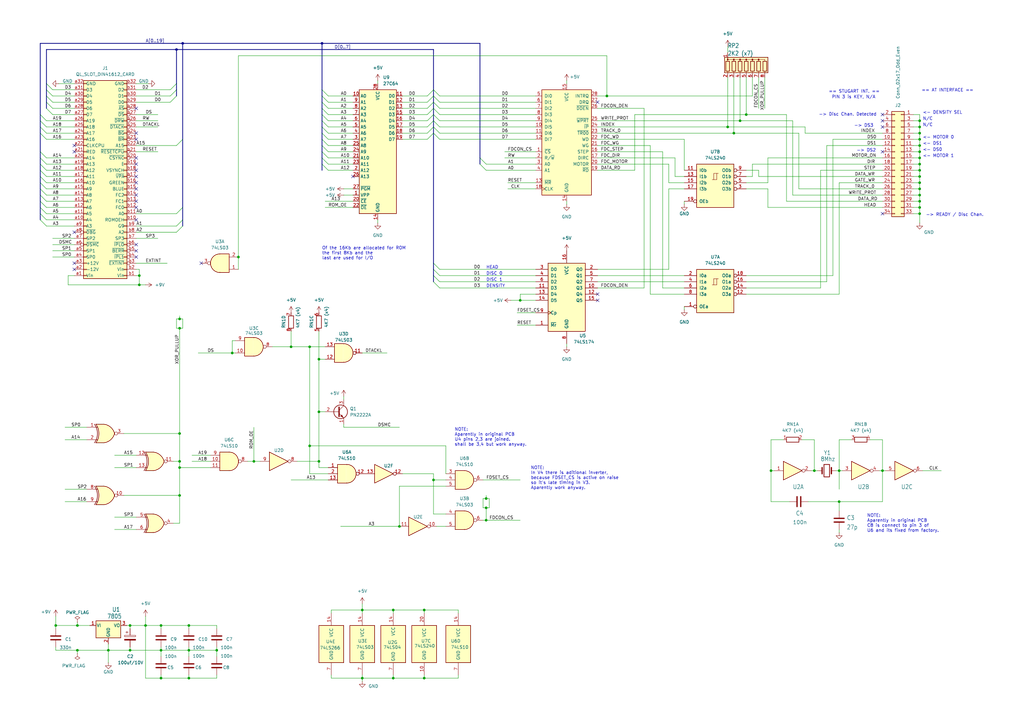
<source format=kicad_sch>
(kicad_sch (version 20250114) (generator "eeschema") (generator_version "9.0")
  (paper "A3")
  (title_block (title "CST Q-Disc Interface Version 3") (date "2025-03-26") (rev "00") (company "Repro by Alvaro Alea Fdz.") (comment 1 "To use with ROM Version 1.16") (comment 2 "Disc Interface for Sinclair QL"))
  (text "== STUGART INT. ==" (at 339.852 38.354 0) (effects (font (size 1.27 1.27)) (justify left bottom)))
  (text "NOTE:\nIn V4 there is aditional inverter,\nbecause FDSET_CS is active on raise\nso it's late timing in V3.\nAparently work anyway." (at 217.678 200.914 0) (effects (font (size 1.27 1.27)) (justify left bottom)))
  (text "PIN 3 is KEY, N/A" (at 341.122 40.64 0) (effects (font (size 1.27 1.27)) (justify left bottom)))
  (text "<- MOTOR 0 " (at 378.46 57.15 0) (effects (font (size 1.27 1.27)) (justify left bottom)))
  (text "HEAD" (at 199.39 110.49 0) (effects (font (size 1.27 1.27)) (justify left bottom)))
  (text "-> DS3" (at 350.266 52.324 0) (effects (font (size 1.27 1.27)) (justify left bottom)))
  (text "NOTE:\nAparently in original PCB \nU4 pins 2,3 are joined.\nshall be 3,4 but work anyway." (at 186.436 183.134 0) (effects (font (size 1.27 1.27)) (justify left bottom)))
  (text "<- DS0\n" (at 378.46 62.23 0) (effects (font (size 1.27 1.27)) (justify left bottom)))
  (text "<- DS1\n" (at 378.46 59.69 0) (effects (font (size 1.27 1.27)) (justify left bottom)))
  (text "-> READY / Disc Chan." (at 379.73 88.9 0) (effects (font (size 1.27 1.27)) (justify left bottom)))
  (text "DENSITY" (at 199.39 118.11 0) (effects (font (size 1.27 1.27)) (justify left bottom)))
  (text "-> Disc Chan. Detected" (at 335.788 47.752 0) (effects (font (size 1.27 1.27)) (justify left bottom)))
  (text "<- MOTOR 1" (at 378.46 64.77 0) (effects (font (size 1.27 1.27)) (justify left bottom)))
  (text "NOTE:\nAparently in original PCB \nC8 is connect to pin 3 of\nU6 and its fixed from factory." (at 355.6 218.44 0) (effects (font (size 1.27 1.27)) (justify left bottom)))
  (text "Of the 16Kb are allocated for ROM \nthe first 8Kb and the\nlast are used for I/O" (at 132.08 106.68 0) (effects (font (size 1.27 1.27)) (justify left bottom)))
  (text "N/C" (at 378.46 52.07 0) (effects (font (size 1.27 1.27)) (justify left bottom)))
  (text "-> DS2" (at 351.282 62.484 0) (effects (font (size 1.27 1.27)) (justify left bottom)))
  (text "N/C" (at 378.46 49.53 0) (effects (font (size 1.27 1.27)) (justify left bottom)))
  (text "DISC 1" (at 199.39 115.57 0) (effects (font (size 1.27 1.27)) (justify left bottom)))
  (text "== AT INTERFACE ==" (at 377.952 37.846 0) (effects (font (size 1.27 1.27)) (justify left bottom)))
  (text "<- DENSITY SEL\n" (at 378.46 46.99 0) (effects (font (size 1.27 1.27)) (justify left bottom)))
  (text "DISC 0" (at 199.39 113.03 0) (effects (font (size 1.27 1.27)) (justify left bottom)))
  (junction (at 148.59 250.19))
  (junction (at 316.23 193.04))
  (junction (at 377.19 69.85))
  (junction (at 213.36 123.19))
  (junction (at 377.19 64.77))
  (junction (at 57.15 113.03))
  (junction (at 127 182.88))
  (junction (at 73.66 203.2))
  (junction (at 377.19 62.23))
  (junction (at 163.83 215.9))
  (junction (at 161.29 250.19))
  (junction (at 199.39 213.36))
  (junction (at 377.19 87.63))
  (junction (at 377.19 85.09))
  (junction (at 173.99 278.13))
  (junction (at 73.66 191.77))
  (junction (at 377.19 67.31))
  (junction (at 377.19 82.55))
  (junction (at 119.38 142.24))
  (junction (at 130.81 168.91))
  (junction (at 361.95 193.04))
  (junction (at 66.04 256.54))
  (junction (at 73.66 189.23))
  (junction (at 88.9 266.7))
  (junction (at 130.81 147.32))
  (junction (at 104.14 189.23))
  (junction (at 44.45 266.7))
  (junction (at 298.45 52.07))
  (junction (at 31.75 266.7))
  (junction (at 377.19 52.07))
  (junction (at 344.17 205.74))
  (junction (at 377.19 59.69))
  (junction (at 73.66 130.81))
  (junction (at 66.04 266.7))
  (junction (at 377.19 77.47))
  (junction (at 377.19 72.39))
  (junction (at 248.92 39.37))
  (junction (at 377.19 49.53))
  (junction (at 130.81 189.23))
  (junction (at 300.99 54.61))
  (junction (at 377.19 80.01))
  (junction (at 199.39 208.28))
  (junction (at 95.25 144.78))
  (junction (at 73.66 177.8))
  (junction (at 66.04 278.13))
  (junction (at 127 142.24))
  (junction (at 53.34 256.54))
  (junction (at 377.19 74.93))
  (junction (at 22.86 256.54))
  (junction (at 173.99 250.19))
  (junction (at 77.47 266.7))
  (junction (at 74.93 17.78))
  (junction (at 306.07 46.99))
  (junction (at 97.79 105.41))
  (junction (at 132.08 17.78))
  (junction (at 77.47 256.54))
  (junction (at 177.8 196.85))
  (junction (at 344.17 193.04))
  (junction (at 57.15 116.84))
  (junction (at 31.75 256.54))
  (junction (at 334.01 193.04))
  (junction (at 303.53 49.53))
  (junction (at 148.59 278.13))
  (junction (at 199.39 204.47))
  (junction (at 53.34 266.7))
  (junction (at 377.19 54.61))
  (junction (at 161.29 278.13))
  (junction (at 77.47 278.13))
  (junction (at 72.39 20.32))
  (junction (at 59.69 256.54))
  (junction (at 377.19 57.15))
  (junction (at 73.66 134.62))
  (no_connect (at 361.95 52.07))
  (no_connect (at 245.11 120.65))
  (no_connect (at 30.48 59.69))
  (no_connect (at 30.48 95.25))
  (no_connect (at 55.88 44.45))
  (no_connect (at 55.88 54.61))
  (no_connect (at 55.88 57.15))
  (no_connect (at 55.88 80.01))
  (no_connect (at 55.88 82.55))
  (no_connect (at 55.88 85.09))
  (no_connect (at 55.88 90.17))
  (no_connect (at 55.88 100.33))
  (no_connect (at 55.88 102.87))
  (no_connect (at 55.88 105.41))
  (no_connect (at 361.95 62.23))
  (no_connect (at 82.55 107.95))
  (no_connect (at 30.48 107.95))
  (no_connect (at 30.48 110.49))
  (no_connect (at 55.88 67.31))
  (no_connect (at 245.11 41.91))
  (no_connect (at 361.95 46.99))
  (no_connect (at 55.88 72.39))
  (no_connect (at 361.95 49.53))
  (no_connect (at 245.11 123.19))
  (no_connect (at 144.78 72.39))
  (no_connect (at 361.95 87.63))
  (no_connect (at 30.48 62.23))
  (no_connect (at 55.88 64.77))
  (no_connect (at 55.88 69.85))
  (no_connect (at 55.88 74.93))
  (no_connect (at 55.88 77.47))
  (bus_entry (at 177.8 44.45) (size -2.54 2.54))
  (bus_entry (at 74.93 92.71) (size -2.54 2.54))
  (bus_entry (at 196.85 67.31) (size 2.54 2.54))
  (bus_entry (at 16.51 77.47) (size 2.54 2.54))
  (bus_entry (at 132.08 49.53) (size 2.54 2.54))
  (bus_entry (at 16.51 72.39) (size 2.54 2.54))
  (bus_entry (at 177.8 49.53) (size 2.54 2.54))
  (bus_entry (at 74.93 90.17) (size -2.54 2.54))
  (bus_entry (at 132.08 57.15) (size 2.54 2.54))
  (bus_entry (at 19.05 39.37) (size 2.54 2.54))
  (bus_entry (at 16.51 87.63) (size 2.54 2.54))
  (bus_entry (at 177.8 36.83) (size -2.54 2.54))
  (bus_entry (at 132.08 39.37) (size 2.54 2.54))
  (bus_entry (at 19.05 41.91) (size 2.54 2.54))
  (bus_entry (at 16.51 85.09) (size 2.54 2.54))
  (bus_entry (at 177.8 44.45) (size 2.54 2.54))
  (bus_entry (at 16.51 90.17) (size 2.54 2.54))
  (bus_entry (at 132.08 67.31) (size 2.54 2.54))
  (bus_entry (at 132.08 44.45) (size 2.54 2.54))
  (bus_entry (at 177.8 39.37) (size 2.54 2.54))
  (bus_entry (at 132.08 46.99) (size 2.54 2.54))
  (bus_entry (at 19.05 36.83) (size 2.54 2.54))
  (bus_entry (at 132.08 36.83) (size 2.54 2.54))
  (bus_entry (at 16.51 64.77) (size 2.54 2.54))
  (bus_entry (at 19.05 44.45) (size 2.54 2.54))
  (bus_entry (at 19.05 34.29) (size 2.54 2.54))
  (bus_entry (at 72.39 34.29) (size -2.54 2.54))
  (bus_entry (at 16.51 46.99) (size 2.54 2.54))
  (bus_entry (at 177.8 110.49) (size 2.54 2.54))
  (bus_entry (at 177.8 49.53) (size -2.54 2.54))
  (bus_entry (at 132.08 52.07) (size 2.54 2.54))
  (bus_entry (at 177.8 39.37) (size -2.54 2.54))
  (bus_entry (at 196.85 64.77) (size 2.54 2.54))
  (bus_entry (at 16.51 82.55) (size 2.54 2.54))
  (bus_entry (at 16.51 62.23) (size 2.54 2.54))
  (bus_entry (at 16.51 74.93) (size 2.54 2.54))
  (bus_entry (at 177.8 36.83) (size 2.54 2.54))
  (bus_entry (at 74.93 85.09) (size -2.54 2.54))
  (bus_entry (at 177.8 46.99) (size -2.54 2.54))
  (bus_entry (at 177.8 54.61) (size 2.54 2.54))
  (bus_entry (at 177.8 54.61) (size -2.54 2.54))
  (bus_entry (at 177.8 113.03) (size 2.54 2.54))
  (bus_entry (at 74.93 57.15) (size -2.54 2.54))
  (bus_entry (at 177.8 115.57) (size 2.54 2.54))
  (bus_entry (at 16.51 69.85) (size 2.54 2.54))
  (bus_entry (at 16.51 67.31) (size 2.54 2.54))
  (bus_entry (at 177.8 41.91) (size -2.54 2.54))
  (bus_entry (at 177.8 52.07) (size 2.54 2.54))
  (bus_entry (at 132.08 62.23) (size 2.54 2.54))
  (bus_entry (at 177.8 46.99) (size 2.54 2.54))
  (bus_entry (at 132.08 54.61) (size 2.54 2.54))
  (bus_entry (at 16.51 52.07) (size 2.54 2.54))
  (bus_entry (at 72.39 39.37) (size -2.54 2.54))
  (bus_entry (at 16.51 80.01) (size 2.54 2.54))
  (bus_entry (at 16.51 54.61) (size 2.54 2.54))
  (bus_entry (at 177.8 41.91) (size 2.54 2.54))
  (bus_entry (at 177.8 52.07) (size -2.54 2.54))
  (bus_entry (at 132.08 64.77) (size 2.54 2.54))
  (bus_entry (at 72.39 36.83) (size -2.54 2.54))
  (bus_entry (at 177.8 107.95) (size 2.54 2.54))
  (bus_entry (at 16.51 49.53) (size 2.54 2.54))
  (bus_entry (at 132.08 59.69) (size 2.54 2.54))
  (bus_entry (at 132.08 41.91) (size 2.54 2.54))
  (wire (pts (xy 173.99 250.19) (xy 173.99 251.46)))
  (wire (pts (xy 360.68 193.04) (xy 361.95 193.04)))
  (wire (pts (xy 245.11 52.07) (xy 298.45 52.07)))
  (bus (pts (xy 19.05 20.32) (xy 19.05 34.29)))
  (wire (pts (xy 276.86 72.39) (xy 276.86 64.77)))
  (wire (pts (xy 342.9 193.04) (xy 344.17 193.04)))
  (wire (pts (xy 121.92 189.23) (xy 130.81 189.23)))
  (wire (pts (xy 332.74 193.04) (xy 334.01 193.04)))
  (wire (pts (xy 97.79 22.86) (xy 97.79 105.41)))
  (bus (pts (xy 72.39 20.32) (xy 177.8 20.32)))
  (wire (pts (xy 77.47 256.54) (xy 88.9 256.54)))
  (bus (pts (xy 132.08 62.23) (xy 132.08 64.77)))
  (wire (pts (xy 127 194.31) (xy 134.62 194.31)))
  (wire (pts (xy 180.34 39.37) (xy 219.71 39.37)))
  (wire (pts (xy 26.67 175.26) (xy 35.56 175.26)))
  (wire (pts (xy 374.65 52.07) (xy 377.19 52.07)))
  (bus (pts (xy 16.51 77.47) (xy 16.51 80.01)))
  (wire (pts (xy 311.15 31.75) (xy 311.15 44.45)))
  (wire (pts (xy 303.53 31.75) (xy 303.53 49.53)))
  (bus (pts (xy 72.39 34.29) (xy 72.39 36.83)))
  (wire (pts (xy 88.9 256.54) (xy 88.9 257.81)))
  (wire (pts (xy 165.1 194.31) (xy 177.8 194.31)))
  (wire (pts (xy 140.97 80.01) (xy 144.78 80.01)))
  (wire (pts (xy 55.88 95.25) (xy 72.39 95.25)))
  (wire (pts (xy 77.47 256.54) (xy 77.47 257.81)))
  (wire (pts (xy 31.75 266.7) (xy 44.45 266.7)))
  (wire (pts (xy 165.1 39.37) (xy 175.26 39.37)))
  (wire (pts (xy 59.69 256.54) (xy 66.04 256.54)))
  (wire (pts (xy 19.05 80.01) (xy 30.48 80.01)))
  (wire (pts (xy 130.81 191.77) (xy 134.62 191.77)))
  (wire (pts (xy 377.19 80.01) (xy 377.19 82.55)))
  (bus (pts (xy 16.51 69.85) (xy 16.51 72.39)))
  (wire (pts (xy 374.65 85.09) (xy 377.19 85.09)))
  (wire (pts (xy 248.92 39.37) (xy 248.92 22.86)))
  (wire (pts (xy 55.88 39.37) (xy 69.85 39.37)))
  (wire (pts (xy 245.11 113.03) (xy 280.67 113.03)))
  (wire (pts (xy 316.23 193.04) (xy 316.23 205.74)))
  (wire (pts (xy 314.96 64.77) (xy 361.95 64.77)))
  (wire (pts (xy 361.95 193.04) (xy 361.95 180.34)))
  (wire (pts (xy 199.39 208.28) (xy 200.66 208.28)))
  (wire (pts (xy 134.62 49.53) (xy 144.78 49.53)))
  (wire (pts (xy 245.11 67.31) (xy 274.32 67.31)))
  (wire (pts (xy 245.11 115.57) (xy 280.67 115.57)))
  (wire (pts (xy 173.99 278.13) (xy 187.96 278.13)))
  (wire (pts (xy 53.34 256.54) (xy 59.69 256.54)))
  (wire (pts (xy 361.95 72.39) (xy 311.15 72.39)))
  (wire (pts (xy 266.7 59.69) (xy 245.11 59.69)))
  (bus (pts (xy 132.08 44.45) (xy 132.08 46.99)))
  (wire (pts (xy 59.69 256.54) (xy 59.69 252.73)))
  (wire (pts (xy 77.47 278.13) (xy 88.9 278.13)))
  (bus (pts (xy 16.51 46.99) (xy 16.51 49.53)))
  (wire (pts (xy 361.95 82.55) (xy 322.58 82.55)))
  (wire (pts (xy 298.45 52.07) (xy 330.2 52.07)))
  (wire (pts (xy 53.34 266.7) (xy 66.04 266.7)))
  (wire (pts (xy 334.01 180.34) (xy 334.01 193.04)))
  (bus (pts (xy 196.85 17.78) (xy 196.85 64.77)))
  (wire (pts (xy 134.62 59.69) (xy 144.78 59.69)))
  (wire (pts (xy 232.41 82.55) (xy 232.41 83.82)))
  (wire (pts (xy 148.59 250.19) (xy 148.59 251.46)))
  (wire (pts (xy 325.12 80.01) (xy 325.12 49.53)))
  (wire (pts (xy 19.05 77.47) (xy 30.48 77.47)))
  (bus (pts (xy 132.08 17.78) (xy 132.08 36.83)))
  (wire (pts (xy 134.62 44.45) (xy 144.78 44.45)))
  (wire (pts (xy 165.1 52.07) (xy 175.26 52.07)))
  (wire (pts (xy 73.66 134.62) (xy 74.93 134.62)))
  (wire (pts (xy 88.9 269.24) (xy 88.9 266.7)))
  (wire (pts (xy 46.99 217.17) (xy 55.88 217.17)))
  (wire (pts (xy 344.17 193.04) (xy 345.44 193.04)))
  (wire (pts (xy 21.59 46.99) (xy 30.48 46.99)))
  (wire (pts (xy 134.62 62.23) (xy 144.78 62.23)))
  (wire (pts (xy 31.75 266.7) (xy 31.75 267.97)))
  (bus (pts (xy 16.51 62.23) (xy 16.51 64.77)))
  (wire (pts (xy 55.88 92.71) (xy 72.39 92.71)))
  (wire (pts (xy 280.67 72.39) (xy 276.86 72.39)))
  (wire (pts (xy 180.34 54.61) (xy 219.71 54.61)))
  (wire (pts (xy 55.88 46.99) (xy 64.77 46.99)))
  (wire (pts (xy 22.86 256.54) (xy 22.86 257.81)))
  (wire (pts (xy 182.88 194.31) (xy 182.88 182.88)))
  (wire (pts (xy 300.99 31.75) (xy 300.99 54.61)))
  (bus (pts (xy 132.08 57.15) (xy 132.08 59.69)))
  (wire (pts (xy 344.17 180.34) (xy 344.17 193.04)))
  (wire (pts (xy 130.81 147.32) (xy 130.81 168.91)))
  (wire (pts (xy 377.19 72.39) (xy 377.19 69.85)))
  (wire (pts (xy 101.6 189.23) (xy 104.14 189.23)))
  (wire (pts (xy 26.67 200.66) (xy 35.56 200.66)))
  (wire (pts (xy 341.63 57.15) (xy 361.95 57.15)))
  (wire (pts (xy 130.81 135.89) (xy 130.81 147.32)))
  (wire (pts (xy 199.39 208.28) (xy 199.39 213.36)))
  (wire (pts (xy 148.59 247.65) (xy 148.59 250.19)))
  (wire (pts (xy 180.34 113.03) (xy 219.71 113.03)))
  (wire (pts (xy 165.1 41.91) (xy 175.26 41.91)))
  (wire (pts (xy 55.88 41.91) (xy 69.85 41.91)))
  (wire (pts (xy 73.66 191.77) (xy 73.66 203.2)))
  (wire (pts (xy 374.65 67.31) (xy 377.19 67.31)))
  (wire (pts (xy 21.59 36.83) (xy 30.48 36.83)))
  (wire (pts (xy 55.88 87.63) (xy 72.39 87.63)))
  (bus (pts (xy 177.8 41.91) (xy 177.8 44.45)))
  (wire (pts (xy 180.34 44.45) (xy 219.71 44.45)))
  (bus (pts (xy 177.8 113.03) (xy 177.8 115.57)))
  (wire (pts (xy 377.19 82.55) (xy 377.19 85.09)))
  (wire (pts (xy 21.59 102.87) (xy 30.48 102.87)))
  (wire (pts (xy 374.65 77.47) (xy 377.19 77.47)))
  (wire (pts (xy 19.05 49.53) (xy 30.48 49.53)))
  (wire (pts (xy 55.88 97.79) (xy 64.77 97.79)))
  (wire (pts (xy 260.35 46.99) (xy 260.35 69.85)))
  (wire (pts (xy 219.71 123.19) (xy 213.36 123.19)))
  (wire (pts (xy 130.81 147.32) (xy 133.35 147.32)))
  (wire (pts (xy 26.67 180.34) (xy 35.56 180.34)))
  (wire (pts (xy 308.61 72.39) (xy 306.07 72.39)))
  (wire (pts (xy 148.59 276.86) (xy 148.59 278.13)))
  (wire (pts (xy 361.95 74.93) (xy 344.17 74.93)))
  (wire (pts (xy 19.05 87.63) (xy 30.48 87.63)))
  (wire (pts (xy 306.07 115.57) (xy 339.09 115.57)))
  (wire (pts (xy 173.99 278.13) (xy 173.99 276.86)))
  (wire (pts (xy 73.66 130.81) (xy 74.93 130.81)))
  (wire (pts (xy 313.69 31.75) (xy 313.69 44.45)))
  (wire (pts (xy 134.62 67.31) (xy 144.78 67.31)))
  (wire (pts (xy 96.52 139.7) (xy 95.25 139.7)))
  (wire (pts (xy 336.55 69.85) (xy 336.55 118.11)))
  (wire (pts (xy 245.11 54.61) (xy 300.99 54.61)))
  (wire (pts (xy 53.34 265.43) (xy 53.34 266.7)))
  (wire (pts (xy 173.99 250.19) (xy 187.96 250.19)))
  (wire (pts (xy 377.19 49.53) (xy 377.19 52.07)))
  (wire (pts (xy 77.47 266.7) (xy 88.9 266.7)))
  (wire (pts (xy 55.88 34.29) (xy 60.96 34.29)))
  (wire (pts (xy 213.36 123.19) (xy 213.36 120.65)))
  (wire (pts (xy 130.81 189.23) (xy 130.81 191.77)))
  (wire (pts (xy 140.97 77.47) (xy 144.78 77.47)))
  (wire (pts (xy 180.34 52.07) (xy 219.71 52.07)))
  (wire (pts (xy 36.83 256.54) (xy 31.75 256.54)))
  (bus (pts (xy 74.93 90.17) (xy 74.93 92.71)))
  (wire (pts (xy 161.29 250.19) (xy 173.99 250.19)))
  (bus (pts (xy 19.05 41.91) (xy 19.05 44.45)))
  (wire (pts (xy 57.15 116.84) (xy 59.69 116.84)))
  (wire (pts (xy 316.23 193.04) (xy 316.23 180.34)))
  (wire (pts (xy 361.95 180.34) (xy 356.87 180.34)))
  (wire (pts (xy 66.04 269.24) (xy 66.04 266.7)))
  (wire (pts (xy 31.75 255.27) (xy 31.75 256.54)))
  (wire (pts (xy 148.59 144.78) (xy 158.75 144.78)))
  (wire (pts (xy 19.05 64.77) (xy 30.48 64.77)))
  (wire (pts (xy 134.62 41.91) (xy 144.78 41.91)))
  (wire (pts (xy 165.1 49.53) (xy 175.26 49.53)))
  (wire (pts (xy 199.39 213.36) (xy 213.36 213.36)))
  (wire (pts (xy 280.67 127) (xy 280.67 125.73)))
  (wire (pts (xy 339.09 59.69) (xy 339.09 115.57)))
  (wire (pts (xy 260.35 46.99) (xy 306.07 46.99)))
  (wire (pts (xy 180.34 49.53) (xy 219.71 49.53)))
  (bus (pts (xy 177.8 39.37) (xy 177.8 41.91)))
  (bus (pts (xy 196.85 64.77) (xy 196.85 67.31)))
  (wire (pts (xy 165.1 44.45) (xy 175.26 44.45)))
  (wire (pts (xy 303.53 49.53) (xy 325.12 49.53)))
  (wire (pts (xy 55.88 113.03) (xy 57.15 113.03)))
  (bus (pts (xy 177.8 110.49) (xy 177.8 113.03)))
  (wire (pts (xy 274.32 77.47) (xy 274.32 110.49)))
  (wire (pts (xy 374.65 54.61) (xy 377.19 54.61)))
  (bus (pts (xy 132.08 67.31) (xy 132.08 69.85)))
  (wire (pts (xy 140.97 173.99) (xy 140.97 175.26)))
  (wire (pts (xy 140.97 175.26) (xy 163.83 175.26)))
  (wire (pts (xy 377.19 87.63) (xy 377.19 85.09)))
  (wire (pts (xy 161.29 278.13) (xy 173.99 278.13)))
  (bus (pts (xy 196.85 17.78) (xy 132.08 17.78)))
  (wire (pts (xy 127 182.88) (xy 182.88 182.88)))
  (bus (pts (xy 74.93 85.09) (xy 74.93 90.17)))
  (wire (pts (xy 73.66 134.62) (xy 73.66 177.8)))
  (wire (pts (xy 127 142.24) (xy 127 182.88)))
  (wire (pts (xy 134.62 64.77) (xy 144.78 64.77)))
  (wire (pts (xy 22.86 265.43) (xy 22.86 266.7)))
  (wire (pts (xy 264.16 44.45) (xy 264.16 118.11)))
  (wire (pts (xy 306.07 46.99) (xy 322.58 46.99)))
  (bus (pts (xy 132.08 41.91) (xy 132.08 44.45)))
  (wire (pts (xy 199.39 67.31) (xy 219.71 67.31)))
  (wire (pts (xy 21.59 41.91) (xy 30.48 41.91)))
  (wire (pts (xy 55.88 62.23) (xy 64.77 62.23)))
  (wire (pts (xy 78.74 189.23) (xy 86.36 189.23)))
  (wire (pts (xy 134.62 46.99) (xy 144.78 46.99)))
  (bus (pts (xy 16.51 49.53) (xy 16.51 52.07)))
  (wire (pts (xy 154.94 90.17) (xy 154.94 91.44)))
  (wire (pts (xy 81.28 144.78) (xy 95.25 144.78)))
  (wire (pts (xy 119.38 196.85) (xy 134.62 196.85)))
  (wire (pts (xy 177.8 196.85) (xy 177.8 210.82)))
  (wire (pts (xy 44.45 266.7) (xy 44.45 271.78)))
  (wire (pts (xy 198.12 204.47) (xy 199.39 204.47)))
  (wire (pts (xy 330.2 54.61) (xy 361.95 54.61)))
  (wire (pts (xy 19.05 72.39) (xy 30.48 72.39)))
  (wire (pts (xy 19.05 92.71) (xy 30.48 92.71)))
  (wire (pts (xy 280.67 120.65) (xy 266.7 120.65)))
  (wire (pts (xy 148.59 278.13) (xy 148.59 279.4)))
  (wire (pts (xy 119.38 142.24) (xy 127 142.24)))
  (wire (pts (xy 248.92 39.37) (xy 308.61 39.37)))
  (wire (pts (xy 209.55 123.19) (xy 213.36 123.19)))
  (wire (pts (xy 314.96 64.77) (xy 314.96 74.93)))
  (wire (pts (xy 161.29 250.19) (xy 161.29 251.46)))
  (bus (pts (xy 177.8 46.99) (xy 177.8 49.53)))
  (bus (pts (xy 132.08 59.69) (xy 132.08 62.23)))
  (wire (pts (xy 139.7 215.9) (xy 163.83 215.9)))
  (wire (pts (xy 134.62 52.07) (xy 144.78 52.07)))
  (wire (pts (xy 59.69 256.54) (xy 59.69 278.13)))
  (wire (pts (xy 66.04 266.7) (xy 77.47 266.7)))
  (wire (pts (xy 361.95 85.09) (xy 314.96 85.09)))
  (wire (pts (xy 66.04 278.13) (xy 77.47 278.13)))
  (bus (pts (xy 72.39 20.32) (xy 19.05 20.32)))
  (wire (pts (xy 212.09 133.35) (xy 219.71 133.35)))
  (wire (pts (xy 341.63 57.15) (xy 341.63 113.03)))
  (wire (pts (xy 280.67 57.15) (xy 280.67 69.85)))
  (wire (pts (xy 208.28 77.47) (xy 219.71 77.47)))
  (wire (pts (xy 52.07 256.54) (xy 53.34 256.54)))
  (wire (pts (xy 73.66 177.8) (xy 73.66 189.23)))
  (bus (pts (xy 132.08 46.99) (xy 132.08 49.53)))
  (wire (pts (xy 308.61 67.31) (xy 308.61 72.39)))
  (bus (pts (xy 177.8 36.83) (xy 177.8 39.37)))
  (wire (pts (xy 19.05 69.85) (xy 30.48 69.85)))
  (wire (pts (xy 55.88 59.69) (xy 72.39 59.69)))
  (wire (pts (xy 377.19 74.93) (xy 377.19 72.39)))
  (wire (pts (xy 177.8 210.82) (xy 182.88 210.82)))
  (wire (pts (xy 77.47 278.13) (xy 77.47 276.86)))
  (wire (pts (xy 207.01 64.77) (xy 219.71 64.77)))
  (wire (pts (xy 245.11 44.45) (xy 264.16 44.45)))
  (wire (pts (xy 53.34 256.54) (xy 53.34 257.81)))
  (wire (pts (xy 144.78 82.55) (xy 133.35 82.55)))
  (wire (pts (xy 19.05 54.61) (xy 30.48 54.61)))
  (bus (pts (xy 16.51 80.01) (xy 16.51 82.55)))
  (wire (pts (xy 97.79 22.86) (xy 248.92 22.86)))
  (wire (pts (xy 27.94 113.03) (xy 27.94 116.84)))
  (wire (pts (xy 27.94 116.84) (xy 57.15 116.84)))
  (wire (pts (xy 30.48 113.03) (xy 27.94 113.03)))
  (wire (pts (xy 57.15 110.49) (xy 55.88 110.49)))
  (wire (pts (xy 57.15 113.03) (xy 57.15 110.49)))
  (wire (pts (xy 57.15 116.84) (xy 57.15 113.03)))
  (wire (pts (xy 245.11 57.15) (xy 280.67 57.15)))
  (wire (pts (xy 298.45 31.75) (xy 298.45 52.07)))
  (wire (pts (xy 104.14 189.23) (xy 106.68 189.23)))
  (wire (pts (xy 374.65 87.63) (xy 377.19 87.63)))
  (wire (pts (xy 374.65 72.39) (xy 377.19 72.39)))
  (wire (pts (xy 198.12 204.47) (xy 198.12 208.28)))
  (wire (pts (xy 207.01 62.23) (xy 219.71 62.23)))
  (wire (pts (xy 130.81 168.91) (xy 133.35 168.91)))
  (wire (pts (xy 148.59 250.19) (xy 135.89 250.19)))
  (wire (pts (xy 77.47 265.43) (xy 77.47 266.7)))
  (wire (pts (xy 377.19 52.07) (xy 377.19 54.61)))
  (wire (pts (xy 344.17 180.34) (xy 349.25 180.34)))
  (wire (pts (xy 245.11 62.23) (xy 271.78 62.23)))
  (wire (pts (xy 134.62 54.61) (xy 144.78 54.61)))
  (wire (pts (xy 19.05 67.31) (xy 30.48 67.31)))
  (wire (pts (xy 219.71 120.65) (xy 213.36 120.65)))
  (wire (pts (xy 140.97 162.56) (xy 140.97 163.83)))
  (wire (pts (xy 361.95 193.04) (xy 363.22 193.04)))
  (wire (pts (xy 134.62 39.37) (xy 144.78 39.37)))
  (wire (pts (xy 378.46 193.04) (xy 386.08 193.04)))
  (wire (pts (xy 311.15 72.39) (xy 311.15 69.85)))
  (wire (pts (xy 245.11 49.53) (xy 303.53 49.53)))
  (wire (pts (xy 306.07 31.75) (xy 306.07 46.99)))
  (wire (pts (xy 377.19 46.99) (xy 377.19 49.53)))
  (wire (pts (xy 377.19 54.61) (xy 377.19 57.15)))
  (bus (pts (xy 16.51 54.61) (xy 16.51 62.23)))
  (wire (pts (xy 245.11 39.37) (xy 248.92 39.37)))
  (wire (pts (xy 374.65 64.77) (xy 377.19 64.77)))
  (wire (pts (xy 135.89 250.19) (xy 135.89 251.46)))
  (wire (pts (xy 199.39 204.47) (xy 200.66 204.47)))
  (wire (pts (xy 77.47 269.24) (xy 77.47 266.7)))
  (bus (pts (xy 72.39 36.83) (xy 72.39 39.37)))
  (wire (pts (xy 314.96 85.09) (xy 314.96 77.47)))
  (bus (pts (xy 16.51 64.77) (xy 16.51 67.31)))
  (wire (pts (xy 177.8 196.85) (xy 182.88 196.85)))
  (wire (pts (xy 330.2 52.07) (xy 330.2 54.61)))
  (wire (pts (xy 97.79 105.41) (xy 97.79 110.49)))
  (wire (pts (xy 344.17 217.17) (xy 344.17 218.44)))
  (wire (pts (xy 73.66 129.54) (xy 73.66 130.81)))
  (bus (pts (xy 177.8 107.95) (xy 177.8 110.49)))
  (wire (pts (xy 336.55 118.11) (xy 306.07 118.11)))
  (wire (pts (xy 271.78 62.23) (xy 271.78 118.11)))
  (wire (pts (xy 73.66 214.63) (xy 71.12 214.63)))
  (wire (pts (xy 21.59 105.41) (xy 30.48 105.41)))
  (bus (pts (xy 177.8 54.61) (xy 177.8 107.95)))
  (wire (pts (xy 198.12 196.85) (xy 213.36 196.85)))
  (wire (pts (xy 374.65 74.93) (xy 377.19 74.93)))
  (bus (pts (xy 16.51 52.07) (xy 16.51 54.61)))
  (wire (pts (xy 55.88 49.53) (xy 64.77 49.53)))
  (wire (pts (xy 308.61 39.37) (xy 308.61 31.75)))
  (wire (pts (xy 134.62 69.85) (xy 144.78 69.85)))
  (wire (pts (xy 55.88 107.95) (xy 68.58 107.95)))
  (wire (pts (xy 300.99 54.61) (xy 327.66 54.61)))
  (wire (pts (xy 198.12 208.28) (xy 199.39 208.28)))
  (wire (pts (xy 199.39 69.85) (xy 219.71 69.85)))
  (wire (pts (xy 72.39 134.62) (xy 73.66 134.62)))
  (wire (pts (xy 361.95 77.47) (xy 327.66 77.47)))
  (bus (pts (xy 16.51 67.31) (xy 16.51 69.85)))
  (wire (pts (xy 66.04 256.54) (xy 77.47 256.54)))
  (wire (pts (xy 232.41 140.97) (xy 232.41 142.24)))
  (wire (pts (xy 72.39 130.81) (xy 72.39 134.62)))
  (wire (pts (xy 182.88 199.39) (xy 163.83 199.39)))
  (wire (pts (xy 95.25 139.7) (xy 95.25 144.78)))
  (wire (pts (xy 127 182.88) (xy 127 194.31)))
  (wire (pts (xy 344.17 205.74) (xy 331.47 205.74)))
  (wire (pts (xy 163.83 199.39) (xy 163.83 215.9)))
  (wire (pts (xy 127 142.24) (xy 133.35 142.24)))
  (wire (pts (xy 271.78 118.11) (xy 280.67 118.11)))
  (wire (pts (xy 19.05 82.55) (xy 30.48 82.55)))
  (wire (pts (xy 88.9 265.43) (xy 88.9 266.7)))
  (wire (pts (xy 21.59 100.33) (xy 30.48 100.33)))
  (wire (pts (xy 44.45 266.7) (xy 53.34 266.7)))
  (wire (pts (xy 73.66 203.2) (xy 73.66 214.63)))
  (bus (pts (xy 72.39 20.32) (xy 72.39 34.29)))
  (wire (pts (xy 22.86 252.73) (xy 22.86 256.54)))
  (wire (pts (xy 344.17 74.93) (xy 344.17 120.65)))
  (wire (pts (xy 377.19 77.47) (xy 377.19 80.01)))
  (wire (pts (xy 361.95 193.04) (xy 361.95 205.74)))
  (wire (pts (xy 187.96 250.19) (xy 187.96 251.46)))
  (wire (pts (xy 177.8 194.31) (xy 177.8 196.85)))
  (wire (pts (xy 88.9 278.13) (xy 88.9 276.86)))
  (wire (pts (xy 73.66 191.77) (xy 86.36 191.77)))
  (wire (pts (xy 344.17 193.04) (xy 344.17 200.66)))
  (wire (pts (xy 19.05 85.09) (xy 30.48 85.09)))
  (wire (pts (xy 374.65 59.69) (xy 377.19 59.69)))
  (wire (pts (xy 245.11 110.49) (xy 274.32 110.49)))
  (wire (pts (xy 66.04 256.54) (xy 66.04 257.81)))
  (wire (pts (xy 119.38 135.89) (xy 119.38 142.24)))
  (wire (pts (xy 245.11 64.77) (xy 276.86 64.77)))
  (wire (pts (xy 161.29 276.86) (xy 161.29 278.13)))
  (bus (pts (xy 19.05 34.29) (xy 19.05 36.83)))
  (wire (pts (xy 314.96 77.47) (xy 306.07 77.47)))
  (wire (pts (xy 377.19 67.31) (xy 377.19 64.77)))
  (bus (pts (xy 177.8 20.32) (xy 177.8 36.83)))
  (wire (pts (xy 50.8 177.8) (xy 73.66 177.8)))
  (bus (pts (xy 19.05 39.37) (xy 19.05 41.91)))
  (wire (pts (xy 374.65 62.23) (xy 377.19 62.23)))
  (wire (pts (xy 361.95 205.74) (xy 344.17 205.74)))
  (bus (pts (xy 74.93 17.78) (xy 132.08 17.78)))
  (wire (pts (xy 377.19 64.77) (xy 377.19 62.23)))
  (bus (pts (xy 177.8 52.07) (xy 177.8 54.61)))
  (wire (pts (xy 377.19 87.63) (xy 377.19 91.44)))
  (wire (pts (xy 374.65 80.01) (xy 377.19 80.01)))
  (wire (pts (xy 111.76 142.24) (xy 119.38 142.24)))
  (wire (pts (xy 280.67 82.55) (xy 280.67 83.82)))
  (bus (pts (xy 16.51 87.63) (xy 16.51 90.17)))
  (wire (pts (xy 180.34 110.49) (xy 219.71 110.49)))
  (wire (pts (xy 165.1 54.61) (xy 175.26 54.61)))
  (wire (pts (xy 361.95 69.85) (xy 336.55 69.85)))
  (bus (pts (xy 19.05 36.83) (xy 19.05 39.37)))
  (wire (pts (xy 180.34 57.15) (xy 219.71 57.15)))
  (wire (pts (xy 24.13 34.29) (xy 30.48 34.29)))
  (wire (pts (xy 316.23 193.04) (xy 317.5 193.04)))
  (wire (pts (xy 72.39 130.81) (xy 73.66 130.81)))
  (bus (pts (xy 132.08 54.61) (xy 132.08 57.15)))
  (bus (pts (xy 177.8 49.53) (xy 177.8 52.07)))
  (wire (pts (xy 161.29 250.19) (xy 148.59 250.19)))
  (wire (pts (xy 19.05 74.93) (xy 30.48 74.93)))
  (bus (pts (xy 132.08 36.83) (xy 132.08 39.37)))
  (wire (pts (xy 165.1 46.99) (xy 175.26 46.99)))
  (wire (pts (xy 46.99 186.69) (xy 55.88 186.69)))
  (wire (pts (xy 212.09 128.27) (xy 219.71 128.27)))
  (wire (pts (xy 21.59 39.37) (xy 30.48 39.37)))
  (wire (pts (xy 133.35 85.09) (xy 144.78 85.09)))
  (wire (pts (xy 361.95 80.01) (xy 325.12 80.01)))
  (bus (pts (xy 132.08 64.77) (xy 132.08 67.31)))
  (wire (pts (xy 148.59 278.13) (xy 135.89 278.13)))
  (bus (pts (xy 16.51 72.39) (xy 16.51 74.93)))
  (wire (pts (xy 374.65 57.15) (xy 377.19 57.15)))
  (wire (pts (xy 274.32 74.93) (xy 274.32 67.31)))
  (wire (pts (xy 306.07 74.93) (xy 314.96 74.93)))
  (wire (pts (xy 74.93 134.62) (xy 74.93 130.81)))
  (wire (pts (xy 134.62 57.15) (xy 144.78 57.15)))
  (wire (pts (xy 21.59 97.79) (xy 30.48 97.79)))
  (wire (pts (xy 198.12 213.36) (xy 199.39 213.36)))
  (wire (pts (xy 187.96 278.13) (xy 187.96 276.86)))
  (wire (pts (xy 154.94 33.02) (xy 154.94 34.29)))
  (bus (pts (xy 16.51 82.55) (xy 16.51 85.09)))
  (wire (pts (xy 334.01 193.04) (xy 335.28 193.04)))
  (wire (pts (xy 148.59 278.13) (xy 161.29 278.13)))
  (wire (pts (xy 180.34 115.57) (xy 219.71 115.57)))
  (wire (pts (xy 22.86 256.54) (xy 31.75 256.54)))
  (wire (pts (xy 377.19 77.47) (xy 377.19 74.93)))
  (bus (pts (xy 16.51 85.09) (xy 16.51 87.63)))
  (wire (pts (xy 327.66 77.47) (xy 327.66 54.61)))
  (wire (pts (xy 95.25 144.78) (xy 96.52 144.78)))
  (wire (pts (xy 316.23 205.74) (xy 323.85 205.74)))
  (wire (pts (xy 73.66 191.77) (xy 73.66 189.23)))
  (wire (pts (xy 306.07 113.03) (xy 341.63 113.03)))
  (wire (pts (xy 339.09 59.69) (xy 361.95 59.69)))
  (wire (pts (xy 374.65 49.53) (xy 377.19 49.53)))
  (wire (pts (xy 199.39 203.2) (xy 199.39 204.47)))
  (wire (pts (xy 66.04 278.13) (xy 66.04 276.86)))
  (wire (pts (xy 377.19 69.85) (xy 377.19 67.31)))
  (wire (pts (xy 19.05 52.07) (xy 30.48 52.07)))
  (bus (pts (xy 16.51 17.78) (xy 16.51 46.99)))
  (bus (pts (xy 16.51 17.78) (xy 74.93 17.78)))
  (bus (pts (xy 74.93 17.78) (xy 74.93 57.15)))
  (wire (pts (xy 22.86 266.7) (xy 31.75 266.7)))
  (wire (pts (xy 104.14 175.26) (xy 104.14 189.23)))
  (wire (pts (xy 59.69 278.13) (xy 66.04 278.13)))
  (wire (pts (xy 245.11 118.11) (xy 264.16 118.11)))
  (wire (pts (xy 377.19 59.69) (xy 377.19 62.23)))
  (wire (pts (xy 135.89 278.13) (xy 135.89 276.86)))
  (wire (pts (xy 316.23 180.34) (xy 321.31 180.34)))
  (wire (pts (xy 165.1 57.15) (xy 175.26 57.15)))
  (wire (pts (xy 44.45 264.16) (xy 44.45 266.7)))
  (wire (pts (xy 208.28 74.93) (xy 219.71 74.93)))
  (wire (pts (xy 180.34 118.11) (xy 219.71 118.11)))
  (wire (pts (xy 78.74 186.69) (xy 86.36 186.69)))
  (wire (pts (xy 298.45 21.59) (xy 298.45 19.05)))
  (bus (pts (xy 177.8 44.45) (xy 177.8 46.99)))
  (bus (pts (xy 16.51 74.93) (xy 16.51 77.47)))
  (wire (pts (xy 361.95 67.31) (xy 308.61 67.31)))
  (wire (pts (xy 374.65 82.55) (xy 377.19 82.55)))
  (wire (pts (xy 377.19 57.15) (xy 377.19 59.69)))
  (bus (pts (xy 132.08 49.53) (xy 132.08 52.07)))
  (wire (pts (xy 180.34 41.91) (xy 219.71 41.91)))
  (wire (pts (xy 26.67 205.74) (xy 35.56 205.74)))
  (wire (pts (xy 280.67 74.93) (xy 274.32 74.93)))
  (wire (pts (xy 274.32 77.47) (xy 280.67 77.47)))
  (bus (pts (xy 132.08 52.07) (xy 132.08 54.61)))
  (wire (pts (xy 344.17 120.65) (xy 306.07 120.65)))
  (wire (pts (xy 344.17 209.55) (xy 344.17 205.74)))
  (wire (pts (xy 311.15 69.85) (xy 306.07 69.85)))
  (bus (pts (xy 132.08 39.37) (xy 132.08 41.91)))
  (wire (pts (xy 245.11 69.85) (xy 260.35 69.85)))
  (wire (pts (xy 46.99 212.09) (xy 55.88 212.09)))
  (wire (pts (xy 66.04 265.43) (xy 66.04 266.7)))
  (wire (pts (xy 322.58 82.55) (xy 322.58 46.99)))
  (wire (pts (xy 19.05 90.17) (xy 30.48 90.17)))
  (wire (pts (xy 374.65 69.85) (xy 377.19 69.85)))
  (wire (pts (xy 328.93 180.34) (xy 334.01 180.34)))
  (wire (pts (xy 130.81 168.91) (xy 130.81 189.23)))
  (wire (pts (xy 19.05 57.15) (xy 30.48 57.15)))
  (wire (pts (xy 232.41 33.02) (xy 232.41 34.29)))
  (wire (pts (xy 55.88 36.83) (xy 69.85 36.83)))
  (bus (pts (xy 74.93 57.15) (xy 74.93 85.09)))
  (wire (pts (xy 55.88 52.07) (xy 64.77 52.07)))
  (wire (pts (xy 71.12 189.23) (xy 73.66 189.23)))
  (wire (pts (xy 46.99 191.77) (xy 55.88 191.77)))
  (wire (pts (xy 50.8 203.2) (xy 73.66 203.2)))
  (wire (pts (xy 266.7 59.69) (xy 266.7 120.65)))
  (wire (pts (xy 200.66 208.28) (xy 200.66 204.47)))
  (wire (pts (xy 21.59 44.45) (xy 30.48 44.45)))
  (wire (pts (xy 374.65 46.99) (xy 377.19 46.99)))
  (wire (pts (xy 180.34 46.99) (xy 219.71 46.99)))
  (wire (pts (xy 179.07 215.9) (xy 182.88 215.9)))
  (label "D4" (at 205.74 49.53 0))
  (label "DIR" (at 355.6 67.31 0))
  (label "D7" (at 29.21 46.99 180))
  (label "A5" (at 21.59 87.63 0))
  (label "FDCON_DEN" (at 246.38 44.45 0))
  (label "D1" (at 194.31 113.03 0))
  (label "D4" (at 167.64 49.53 0))
  (label "A0" (at 139.7 39.37 0))
  (label "RW" (at 58.42 49.53 0))
  (label "DTACKL" (at 58.42 52.07 0))
  (label "DATA_RD" (at 246.38 69.85 0))
  (label "INDEX" (at 353.06 54.61 0))
  (label "DSMC" (at 24.13 100.33 0))
  (label "A13" (at 135.89 82.55 0))
  (label "D6" (at 167.64 54.61 0))
  (label "A3" (at 21.59 92.71 0))
  (label "A15" (at 55.88 59.69 0))
  (label "A14" (at 21.59 64.77 0))
  (label "MOTOR_ON" (at 349.25 64.77 0))
  (label "RW" (at 208.28 64.77 0))
  (label "FDSET_CS" (at 199.39 196.85 0))
  (label "A16" (at 21.59 57.15 0))
  (label "FDCON_CS" (at 200.66 213.36 0))
  (label "A3" (at 151.13 215.9 0))
  (label "DS1" (at 355.6 59.69 0))
  (label "FDCON_CS" (at 311.15 34.29 270))
  (label "A4" (at 139.7 49.53 0))
  (label "D[0..7]" (at 137.16 20.32 0))
  (label "A19" (at 81.28 186.69 0) (effects (font (size 1.2446 1.2446))))
  (label "D5" (at 205.74 52.07 0))
  (label "A0" (at 208.28 69.85 0) (effects (font (size 1.2446 1.2446))))
  (label "D0" (at 167.64 39.37 0))
  (label "ROM_OE" (at 104.14 184.15 90))
  (label "D0" (at 66.04 41.91 180))
  (label "GATE_WR" (at 350.52 74.93 0))
  (label "A1" (at 55.88 92.71 0))
  (label "D3" (at 167.64 46.99 0))
  (label "SP2" (at 31.75 200.66 0))
  (label "A18" (at 21.59 52.07 0))
  (label "A18" (at 81.28 189.23 0) (effects (font (size 1.2446 1.2446))))
  (label "A6" (at 21.59 85.09 0))
  (label "D7" (at 205.74 57.15 0))
  (label "FDCON_DEN" (at 246.38 118.11 0))
  (label "A9" (at 21.59 77.47 0))
  (label "DS" (at 85.09 144.78 0))
  (label "FDSET_CS" (at 212.09 128.27 0))
  (label "A17" (at 50.8 217.17 0))
  (label "A8" (at 21.59 80.01 0))
  (label "A17" (at 21.59 54.61 0))
  (label "XOR_PULLUP" (at 313.69 33.02 270))
  (label "A10" (at 21.59 74.93 0))
  (label "A15" (at 50.8 186.69 0))
  (label "A10" (at 139.7 64.77 0))
  (label "FDC_WG" (at 246.38 59.69 0))
  (label "A8" (at 139.7 59.69 0))
  (label "DTACKL" (at 149.86 144.78 0) (effects (font (size 1.2446 1.2446))))
  (label "DATA_RD" (at 351.79 82.55 0))
  (label "SP0" (at 29.21 175.26 0))
  (label "D2" (at 167.64 44.45 0))
  (label "XOR_PULLUP" (at 73.66 137.16 270))
  (label "SP3" (at 59.69 97.79 0))
  (label "A1" (at 208.28 67.31 0) (effects (font (size 1.2446 1.2446))))
  (label "A11" (at 21.59 72.39 0))
  (label "A6" (at 139.7 54.61 0))
  (label "D2" (at 194.31 115.57 0))
  (label "D1" (at 66.04 39.37 180))
  (label "D5" (at 29.21 41.91 180))
  (label "D6" (at 205.74 54.61 0))
  (label "D7" (at 167.64 57.15 0))
  (label "DS0" (at 355.6 57.15 0))
  (label "A14" (at 29.21 180.34 0))
  (label "A7" (at 21.59 82.55 0))
  (label "A1" (at 139.7 41.91 0))
  (label "A7" (at 139.7 57.15 0))
  (label "D3" (at 194.31 118.11 0))
  (label "FDC_STEP" (at 246.38 62.23 0))
  (label "SP3" (at 50.8 212.09 0))
  (label "A13" (at 21.59 67.31 0))
  (label "TRACK_0" (at 350.52 77.47 0))
  (label "TRACK_0" (at 246.38 54.61 0))
  (label "A5" (at 139.7 52.07 0))
  (label "D5" (at 167.64 52.07 0))
  (label "HEAD" (at 354.33 85.09 0))
  (label "FDCON_CS" (at 208.28 62.23 0))
  (label "A0" (at 55.88 87.63 0))
  (label "A2" (at 55.88 95.25 0))
  (label "D1" (at 205.74 41.91 0))
  (label "D4" (at 29.21 39.37 180))
  (label "A19" (at 21.59 49.53 0))
  (label "SP1" (at 50.8 191.77 0))
  (label "A12" (at 139.7 69.85 0))
  (label "A4" (at 21.59 90.17 0))
  (label "D1" (at 167.64 41.91 0))
  (label "A16" (at 31.75 205.74 0))
  (label "EXTINT" (at 59.69 107.95 0))
  (label "D0" (at 205.74 39.37 0))
  (label "FDC_DIR" (at 246.38 64.77 0))
  (label "A12" (at 21.59 69.85 0))
  (label "CLK" (at 209.55 77.47 0) (effects (font (size 1.2446 1.2446))))
  (label "DSMC" (at 154.94 175.26 0))
  (label "INDEX" (at 246.38 52.07 0))
  (label "ROM_OE" (at 134.62 85.09 0))
  (label "DS" (at 59.69 46.99 0))
  (label "FDC_WD" (at 246.38 57.15 0))
  (label "A11" (at 139.7 67.31 0))
  (label "A9" (at 139.7 62.23 0))
  (label "STEP" (at 354.33 69.85 0))
  (label "SP2" (at 25.4 97.79 0))
  (label "SP0" (at 25.4 105.41 0))
  (label "WRITE_PROT" (at 246.38 49.53 0))
  (label "D2" (at 60.96 36.83 180))
  (label "D3" (at 205.74 46.99 0))
  (label "RESET" (at 58.42 62.23 0))
  (label "D3" (at 29.21 36.83 180))
  (label "D6" (at 29.21 44.45 180))
  (label "RESET" (at 212.09 133.35 0) (effects (font (size 1.2446 1.2446))))
  (label "D0" (at 194.31 110.49 0))
  (label "A3" (at 139.7 46.99 0))
  (label "DATA_WR" (at 350.52 72.39 0))
  (label "WRITE_PROT" (at 347.98 80.01 0))
  (label "FDC_MOTOR" (at 246.38 67.31 0))
  (label "RESET" (at 208.28 74.93 0) (effects (font (size 1.2446 1.2446))))
  (label "A13" (at 125.73 196.85 0))
  (label "D2" (at 205.74 44.45 0))
  (label "A[0..19]" (at 59.69 17.78 0))
  (label "A2" (at 139.7 44.45 0))
  (label "SP1" (at 25.4 102.87 0))
  (label "CLK" (at 384.81 193.04 180))
  (symbol (lib_id "Device:R_Pack04_SIP_Split") (at 130.81 132.08 0) (mirror y) (unit 3)
    (property "Reference" "RN1" (at 127.762 129.286 90) (effects (justify right)))
    (property "Value" "4K7 (x4)" (at 133.858 134.366 90) (effects (justify left)))
    (property "Footprint" "Resistor_THT:R_Array_SIP8" (effects (hide yes)))
    (property "Datasheet" "http://www.vishay.com/docs/31509/csc.pdf" (effects (hide yes)))
    (property "Description" "4 resistor network, parallel topology, SIP package, split" (effects (hide yes)))
  )
  (symbol (lib_id "power:+5V") (at 154.94 33.02 0) (unit 1)
    (property "Reference" "#PWR0121" (effects (hide yes)))
    (property "Value" "+5V" (at 154.94 27.7876 0))
    (property "Description" "Power symbol creates a global label with name \"+5V\"" (effects (hide yes)))
  )
  (symbol (lib_id "8bits:74LS240_split_in2") (at 293.37 115.57 0) (unit 1)
    (property "Reference" "U7" (at 293.37 105.41 0))
    (property "Value" "74LS240" (at 293.37 107.95 0))
    (property "Footprint" "Package_DIP:DIP-20_W7.62mm_Socket" (effects (hide yes)))
    (property "Datasheet" "http://www.ti.com/lit/ds/symlink/sn74ls240.pdf" (effects (hide yes)))
  )
  (symbol (lib_id "power:GND") (at 24.13 34.29 270) (unit 1)
    (property "Reference" "#PWR0109" (effects (hide yes)))
    (property "Value" "GND" (at 25.654 33.274 90) (effects (justify left)))
    (property "Description" "Power symbol creates a global label with name \"GND\" , ground" (effects (hide yes)))
  )
  (symbol (lib_id "power:+5V") (at 148.59 247.65 0) (unit 1)
    (property "Reference" "#PWR0125" (effects (hide yes)))
    (property "Value" "+5V" (at 148.59 242.4176 0))
    (property "Description" "Power symbol creates a global label with name \"+5V\"" (effects (hide yes)))
  )
  (symbol (lib_id "74xx:74LS03") (at 190.5 213.36 0) (unit 2)
    (property "Reference" "U3" (at 190.5 204.47 0))
    (property "Value" "74LS03" (at 190.5 207.01 0))
    (property "Footprint" "Package_DIP:DIP-14_W7.62mm_Socket" (effects (hide yes)))
    (property "Datasheet" "http://www.ti.com/lit/gpn/sn74LS03" (effects (hide yes)))
  )
  (symbol (lib_id "Device:C") (at 88.9 261.62 0) (unit 1)
    (property "Reference" "C7" (at 92.71 262.89 0) (effects (justify left bottom)))
    (property "Value" "100n" (at 90.424 266.319 0) (effects (justify left bottom)))
    (property "Footprint" "Capacitor_THT:C_Disc_D7.0mm_W2.5mm_P5.00mm" (effects (hide yes)))
  )
  (symbol (lib_id "Device:R_Pack04_SIP_Split") (at 119.38 132.08 180) (unit 4)
    (property "Reference" "RN1" (at 116.332 134.62 90) (effects (justify right)))
    (property "Value" "4K7 (x4)" (at 122.174 134.62 90) (effects (justify right)))
    (property "Footprint" "Resistor_THT:R_Array_SIP8" (effects (hide yes)))
    (property "Datasheet" "http://www.vishay.com/docs/31509/csc.pdf" (effects (hide yes)))
    (property "Description" "4 resistor network, parallel topology, SIP package, split" (effects (hide yes)))
  )
  (symbol (lib_id "power:+5V") (at 298.45 19.05 0) (unit 1)
    (property "Reference" "#PWR0116" (effects (hide yes)))
    (property "Value" "+5V" (at 298.45 13.8176 0))
    (property "Description" "Power symbol creates a global label with name \"+5V\"" (effects (hide yes)))
  )
  (symbol (lib_id "Connector_Generic:Conn_02x17_Odd_Even") (at 369.57 67.31 0) (mirror y) (unit 1)
    (property "Reference" "J2" (at 368.3 43.18 0))
    (property "Value" "Conn_02x17_Odd_Even" (at 368.3 29.718 90))
    (property "Footprint" "Connector_IDC:IDC-Header_2x17_P2.54mm_Latch_Horizontal" (effects (hide yes)))
  )
  (symbol (lib_id "74xx:74LS03") (at 104.14 142.24 0) (unit 3)
    (property "Reference" "U3" (at 104.14 134.62 0))
    (property "Value" "74LS03" (at 104.14 136.652 0))
    (property "Footprint" "Package_DIP:DIP-14_W7.62mm_Socket" (effects (hide yes)))
    (property "Datasheet" "http://www.ti.com/lit/gpn/sn74LS03" (effects (hide yes)))
  )
  (symbol (lib_id "power:GND") (at 154.94 91.44 0) (unit 1)
    (property "Reference" "#PWR0117" (effects (hide yes)))
    (property "Value" "GND" (at 154.94 96.52 0))
    (property "Description" "Power symbol creates a global label with name \"GND\" , ground" (effects (hide yes)))
  )
  (symbol (lib_id "Device:C") (at 66.04 273.05 0) (mirror x) (unit 1)
    (property "Reference" "C5" (at 68.58 273.05 0) (effects (justify left bottom)))
    (property "Value" "100n" (at 67.564 268.478 0) (effects (justify left bottom)))
    (property "Footprint" "Capacitor_THT:C_Disc_D7.0mm_W2.5mm_P5.00mm" (effects (hide yes)))
  )
  (symbol (lib_id "Memory_EPROM:27C128") (at 154.94 62.23 0) (unit 1)
    (property "Reference" "U9" (at 157.0833 31.75 0) (effects (justify left)))
    (property "Value" "27C64" (at 157.0833 34.29 0) (effects (justify left)))
    (property "Footprint" "Package_DIP:DIP-28_W15.24mm_Socket" (effects (hide yes)))
    (property "Datasheet" "http://ww1.microchip.com/downloads/en/devicedoc/11003L.pdf" (effects (hide yes)))
  )
  (symbol (lib_id "Device:C") (at 77.47 273.05 0) (mirror x) (unit 1)
    (property "Reference" "C6" (at 80.01 273.05 0) (effects (justify left bottom)))
    (property "Value" "100n" (at 78.994 268.351 0) (effects (justify left bottom)))
    (property "Footprint" "Capacitor_THT:C_Disc_D7.0mm_W2.5mm_P5.00mm" (effects (hide yes)))
  )
  (symbol (lib_id "8bits:FDC_WD1772") (at 232.41 59.69 0) (unit 1)
    (property "Reference" "U8" (effects (hide yes)))
    (property "Value" "WD1772" (effects (hide yes)))
    (property "Footprint" "Package_DIP:DIP-28_W15.24mm_Socket" (effects (hide yes)))
  )
  (symbol (lib_id "Device:C") (at 88.9 273.05 0) (mirror x) (unit 1)
    (property "Reference" "C8" (at 91.44 273.05 0) (effects (justify left bottom)))
    (property "Value" "100n" (at 90.424 268.351 0) (effects (justify left bottom)))
    (property "Footprint" "Capacitor_THT:C_Disc_D7.0mm_W2.5mm_P5.00mm" (effects (hide yes)))
  )
  (symbol (lib_id "74xx:74LS04") (at 325.12 193.04 0) (unit 1)
    (property "Reference" "U2" (at 325.12 200.66 0) (effects (font (size 1.778 1.5113)) (justify left bottom)))
    (property "Value" "74LS04" (effects (hide yes)))
    (property "Footprint" "Package_DIP:DIP-14_W7.62mm_Socket" (effects (hide yes)))
    (property "Datasheet" "http://www.ti.com/lit/gpn/sn74LS04" (effects (hide yes)))
  )
  (symbol (lib_id "74xx:74LS10") (at 93.98 189.23 0) (unit 3)
    (property "Reference" "U6" (at 93.9717 180.34 0))
    (property "Value" "74LS10" (at 93.9717 182.88 0))
    (property "Footprint" "Package_DIP:DIP-14_W7.62mm_Socket" (effects (hide yes)))
    (property "Datasheet" "http://www.ti.com/lit/gpn/sn74LS10" (effects (hide yes)))
    (property "Description" "Triple 3-input NAND" (effects (hide yes)))
  )
  (symbol (lib_id "Transistor_BJT:PN2222A") (at 138.43 168.91 0) (unit 1)
    (property "Reference" "Q1" (at 143.51 167.6399 0) (effects (justify left)))
    (property "Value" "PN2222A" (at 143.51 170.1799 0) (effects (justify left)))
    (property "Footprint" "Package_TO_SOT_THT:TO-92_Wide" (effects (hide yes)))
    (property "Datasheet" "https://www.onsemi.com/pub/Collateral/PN2222-D.PDF" (effects (hide yes)))
  )
  (symbol (lib_id "power:+5V") (at 209.55 123.19 90) (unit 1)
    (property "Reference" "#PWR0118" (effects (hide yes)))
    (property "Value" "+5V" (at 202.184 123.19 90) (effects (justify right)))
    (property "Description" "Power symbol creates a global label with name \"+5V\"" (effects (hide yes)))
  )
  (symbol (lib_id "74xx:74LS04") (at 114.3 189.23 0) (unit 4)
    (property "Reference" "U2" (at 112.395 185.42 0) (effects (justify left bottom)))
    (property "Value" "74LS04" (effects (hide yes)))
    (property "Footprint" "Package_DIP:DIP-14_W7.62mm_Socket" (effects (hide yes)))
    (property "Datasheet" "http://www.ti.com/lit/gpn/sn74LS04" (effects (hide yes)))
  )
  (symbol (lib_id "power:GND") (at 148.59 279.4 0) (unit 1)
    (property "Reference" "#PWR0124" (effects (hide yes)))
    (property "Value" "GND" (at 153.162 281.432 0))
    (property "Description" "Power symbol creates a global label with name \"GND\" , ground" (effects (hide yes)))
  )
  (symbol (lib_id "74xx:74LS04") (at 161.29 264.16 0) (unit 7)
    (property "Reference" "U2" (at 159.004 264.16 0) (effects (justify left bottom)))
    (property "Value" "74LS04" (at 157.226 266.192 0) (effects (justify left bottom)))
    (property "Footprint" "Package_DIP:DIP-14_W7.62mm_Socket" (effects (hide yes)))
    (property "Datasheet" "http://www.ti.com/lit/gpn/sn74LS04" (effects (hide yes)))
  )
  (symbol (lib_id "Device:C") (at 344.17 213.36 0) (mirror y) (unit 1)
    (property "Reference" "C3" (at 350.52 213.36 0) (effects (font (size 1.778 1.5113)) (justify left bottom)))
    (property "Value" "27p" (at 351.79 217.17 0) (effects (font (size 1.778 1.5113)) (justify left bottom)))
    (property "Footprint" "Capacitor_THT:C_Disc_D7.0mm_W2.5mm_P5.00mm" (effects (hide yes)))
  )
  (symbol (lib_id "74xx:74LS04") (at 353.06 193.04 0) (unit 2)
    (property "Reference" "U2" (at 351.79 200.66 0) (effects (font (size 1.778 1.5113)) (justify left bottom)))
    (property "Value" "74LS04" (effects (hide yes)))
    (property "Footprint" "Package_DIP:DIP-14_W7.62mm_Socket" (effects (hide yes)))
    (property "Datasheet" "http://www.ti.com/lit/gpn/sn74LS04" (effects (hide yes)))
  )
  (symbol (lib_id "power:GND") (at 344.17 218.44 0) (unit 1)
    (property "Reference" "#PWR0111" (effects (hide yes)))
    (property "Value" "GND" (at 344.17 223.52 0))
    (property "Description" "Power symbol creates a global label with name \"GND\" , ground" (effects (hide yes)))
  )
  (symbol (lib_id "8bits:74LS266") (at 63.5 214.63 0) (unit 2)
    (property "Reference" "U4" (effects (hide yes)))
    (property "Value" "74LS266" (effects (hide yes)))
    (property "Footprint" "Package_DIP:DIP-14_W7.62mm_Socket" (effects (hide yes)))
    (property "Datasheet" "74xx/74ls266.pdf" (effects (hide yes)))
  )
  (symbol (lib_id "74xx:74LS03") (at 90.17 107.95 180) (unit 1)
    (property "Reference" "U3" (at 90.17 99.06 0))
    (property "Value" "74LS03" (at 90.17 101.6 0))
    (property "Footprint" "Package_DIP:DIP-14_W7.62mm_Socket" (effects (hide yes)))
    (property "Datasheet" "http://www.ti.com/lit/gpn/sn74LS03" (effects (hide yes)))
  )
  (symbol (lib_id "74xx:74LS10") (at 187.96 264.16 0) (unit 4)
    (property "Reference" "U6" (at 184.912 262.89 0) (effects (justify left)))
    (property "Value" "74LS10" (at 184.912 265.43 0) (effects (justify left)))
    (property "Footprint" "Package_DIP:DIP-14_W7.62mm_Socket" (effects (hide yes)))
    (property "Datasheet" "http://www.ti.com/lit/gpn/sn74LS10" (effects (hide yes)))
    (property "Description" "Triple 3-input NAND" (effects (hide yes)))
  )
  (symbol (lib_id "8bits:QL_SLOT_DIN41612_CARD") (at 43.18 72.39 0) (unit 1)
    (property "Reference" "J1" (at 43.18 27.94 0))
    (property "Value" "QL_SLOT_DIN41612_CARD" (at 43.18 30.48 0))
    (property "Footprint" "8bits:DIN41612_B_2x32_Female_Horizontal_THT" (effects (hide yes)))
  )
  (symbol (lib_id "power:GND") (at 232.41 83.82 0) (unit 1)
    (property "Reference" "#PWR0103" (effects (hide yes)))
    (property "Value" "GND" (at 232.41 88.9 0))
    (property "Description" "Power symbol creates a global label with name \"GND\" , ground" (effects (hide yes)))
  )
  (symbol (lib_id "74xx:74LS04") (at 157.48 194.31 0) (unit 6)
    (property "Reference" "U2" (at 157.48 191.77 0) (effects (justify left bottom)))
    (property "Value" "74LS04" (effects (hide yes)))
    (property "Footprint" "Package_DIP:DIP-14_W7.62mm_Socket" (effects (hide yes)))
    (property "Datasheet" "http://www.ti.com/lit/gpn/sn74LS04" (effects (hide yes)))
  )
  (symbol (lib_id "power:GND") (at 377.19 91.44 0) (mirror y) (unit 1)
    (property "Reference" "#PWR0115" (effects (hide yes)))
    (property "Value" "GND" (at 381 95.25 0))
    (property "Description" "Power symbol creates a global label with name \"GND\" , ground" (effects (hide yes)))
  )
  (symbol (lib_id "power:+5V") (at 119.38 128.27 0) (unit 1)
    (property "Reference" "#PWR0119" (effects (hide yes)))
    (property "Value" "+5V" (at 119.38 123.0376 0))
    (property "Description" "Power symbol creates a global label with name \"+5V\"" (effects (hide yes)))
  )
  (symbol (lib_id "power:+5V") (at 140.97 77.47 90) (unit 1)
    (property "Reference" "#PWR0126" (effects (hide yes)))
    (property "Value" "+5V" (at 133.35 77.47 90) (effects (justify right)))
    (property "Description" "Power symbol creates a global label with name \"+5V\"" (effects (hide yes)))
  )
  (symbol (lib_id "power:+5V") (at 59.69 252.73 0) (unit 1)
    (property "Reference" "#PWR0123" (effects (hide yes)))
    (property "Value" "+5V" (at 59.69 247.4976 0))
    (property "Description" "Power symbol creates a global label with name \"+5V\"" (effects (hide yes)))
  )
  (symbol (lib_id "power:+9V") (at 59.69 116.84 270) (unit 1)
    (property "Reference" "#PWR0107" (effects (hide yes)))
    (property "Value" "+9V" (at 63.5 116.8399 90) (effects (justify left)))
  )
  (symbol (lib_id "Device:C") (at 22.86 261.62 0) (unit 1)
    (property "Reference" "C1" (at 26.67 262.89 0) (effects (justify left bottom)))
    (property "Value" "330n" (at 24.384 266.319 0) (effects (justify left bottom)))
    (property "Footprint" "Capacitor_THT:C_Disc_D7.0mm_W2.5mm_P5.00mm" (effects (hide yes)))
  )
  (symbol (lib_id "power:+5V") (at 140.97 162.56 0) (unit 1)
    (property "Reference" "#PWR0106" (effects (hide yes)))
    (property "Value" "+5V" (at 137.16 161.29 0))
    (property "Description" "Power symbol creates a global label with name \"+5V\"" (effects (hide yes)))
  )
  (symbol (lib_id "power:GND") (at 280.67 83.82 0) (unit 1)
    (property "Reference" "#PWR0113" (effects (hide yes)))
    (property "Value" "GND" (at 280.67 87.63 0))
    (property "Description" "Power symbol creates a global label with name \"GND\" , ground" (effects (hide yes)))
  )
  (symbol (lib_id "Device:R_Network07") (at 306.07 26.67 0) (unit 1)
    (property "Reference" "RP2" (at 298.45 19.685 0) (effects (font (size 1.778 1.5113)) (justify left bottom)))
    (property "Value" "2K2 (x7)" (at 298.45 22.86 0) (effects (font (size 1.778 1.5113)) (justify left bottom)))
    (property "Footprint" "Resistor_THT:R_Array_SIP8" (effects (hide yes)))
    (property "Datasheet" "http://www.vishay.com/docs/31509/csc.pdf" (effects (hide yes)))
    (property "Description" "7 resistor network, star topology, bussed resistors, small symbol" (effects (hide yes)))
  )
  (symbol (lib_id "Device:R_Pack04_SIP_Split") (at 353.06 180.34 270) (unit 2)
    (property "Reference" "RN1" (at 353.06 173.99 90))
    (property "Value" "4K7 (x4)" (at 353.06 176.53 90))
    (property "Footprint" "Resistor_THT:R_Array_SIP8" (effects (hide yes)))
    (property "Datasheet" "http://www.vishay.com/docs/31509/csc.pdf" (effects (hide yes)))
    (property "Description" "4 resistor network, parallel topology, SIP package, split" (effects (hide yes)))
  )
  (symbol (lib_id "74xx:74LS174") (at 232.41 120.65 0) (unit 1)
    (property "Reference" "U5" (at 239.014 137.668 0))
    (property "Value" "74LS174" (at 239.522 140.208 0))
    (property "Footprint" "Package_DIP:DIP-16_W7.62mm_Socket" (effects (hide yes)))
    (property "Datasheet" "http://www.ti.com/lit/gpn/sn74LS174" (effects (hide yes)))
  )
  (symbol (lib_id "74xx:74LS03") (at 140.97 144.78 0) (mirror x) (unit 4)
    (property "Reference" "U3" (at 140.97 136.906 0))
    (property "Value" "74LS03" (at 140.97 139.446 0))
    (property "Footprint" "Package_DIP:DIP-14_W7.62mm_Socket" (effects (hide yes)))
    (property "Datasheet" "http://www.ti.com/lit/gpn/sn74LS03" (effects (hide yes)))
  )
  (symbol (lib_id "8bits:74LS266") (at 43.18 203.2 0) (unit 3)
    (property "Reference" "U4" (effects (hide yes)))
    (property "Value" "74LS266" (effects (hide yes)))
    (property "Footprint" "Package_DIP:DIP-14_W7.62mm_Socket" (effects (hide yes)))
    (property "Datasheet" "74xx/74ls266.pdf" (effects (hide yes)))
  )
  (symbol (lib_id "Device:Crystal") (at 339.09 193.04 0) (unit 1)
    (property "Reference" "Y1" (at 337.82 186.69 0) (effects (font (size 1.778 1.5113)) (justify left bottom)))
    (property "Value" "8Mhz" (at 336.55 189.23 0) (effects (font (size 1.778 1.5113)) (justify left bottom)))
    (property "Footprint" "Crystal:Crystal_HC18-U_Horizontal" (effects (hide yes)))
  )
  (symbol (lib_id "power:GND") (at 60.96 34.29 90) (unit 1)
    (property "Reference" "#PWR0110" (effects (hide yes)))
    (property "Value" "GND" (at 56.896 33.274 90) (effects (justify right)))
    (property "Description" "Power symbol creates a global label with name \"GND\" , ground" (effects (hide yes)))
  )
  (symbol (lib_id "8bits:74LS266") (at 135.89 264.16 0) (unit 5)
    (property "Reference" "U4" (at 135.636 263.144 0))
    (property "Value" "74LS266" (at 135.382 265.684 0))
    (property "Footprint" "Package_DIP:DIP-14_W7.62mm_Socket" (effects (hide yes)))
    (property "Datasheet" "74xx/74ls266.pdf" (effects (hide yes)))
  )
  (symbol (lib_id "power:GND") (at 232.41 142.24 0) (unit 1)
    (property "Reference" "#PWR0105" (effects (hide yes)))
    (property "Value" "GND" (at 232.41 147.32 0))
    (property "Description" "Power symbol creates a global label with name \"GND\" , ground" (effects (hide yes)))
  )
  (symbol (lib_id "Device:C") (at 66.04 261.62 0) (unit 1)
    (property "Reference" "C9" (at 69.85 262.89 0) (effects (justify left bottom)))
    (property "Value" "100n" (at 67.564 266.319 0) (effects (justify left bottom)))
    (property "Footprint" "Capacitor_THT:C_Disc_D7.0mm_W2.5mm_P5.00mm" (effects (hide yes)))
  )
  (symbol (lib_id "Device:C") (at 327.66 205.74 270) (mirror x) (unit 1)
    (property "Reference" "C4" (at 326.39 209.55 90) (effects (font (size 1.778 1.5113)) (justify left bottom)))
    (property "Value" "100n" (at 325.12 213.36 90) (effects (font (size 1.512 1.512)) (justify left bottom)))
    (property "Footprint" "Capacitor_THT:C_Disc_D7.0mm_W2.5mm_P5.00mm" (effects (hide yes)))
  )
  (symbol (lib_name "PWR_FLAG_1") (lib_id "power:PWR_FLAG") (at 31.75 255.27 0) (unit 1)
    (property "Reference" "#FLG0102" (effects (hide yes)))
    (property "Value" "PWR_FLAG" (at 31.75 251.206 0))
  )
  (symbol (lib_id "power:+5V") (at 232.41 102.87 0) (unit 1)
    (property "Reference" "#PWR0101" (effects (hide yes)))
    (property "Value" "+5V" (at 232.41 97.6376 0))
    (property "Description" "Power symbol creates a global label with name \"+5V\"" (effects (hide yes)))
  )
  (symbol (lib_id "8bits:74LS240_split_in2") (at 173.99 264.16 0) (unit 3)
    (property "Reference" "U7" (at 172.72 262.89 0) (effects (justify left)))
    (property "Value" "74LS240" (at 169.926 264.922 0) (effects (justify left)))
    (property "Footprint" "Package_DIP:DIP-20_W7.62mm_Socket" (effects (hide yes)))
    (property "Datasheet" "http://www.ti.com/lit/ds/symlink/sn74ls240.pdf" (effects (hide yes)))
  )
  (symbol (lib_id "74xx:74LS03") (at 148.59 264.16 0) (unit 5)
    (property "Reference" "U3" (at 146.812 262.89 0) (effects (justify left)))
    (property "Value" "74LS03" (at 146.05 265.43 0) (effects (justify left)))
    (property "Footprint" "Package_DIP:DIP-14_W7.62mm_Socket" (effects (hide yes)))
    (property "Datasheet" "http://www.ti.com/lit/gpn/sn74LS03" (effects (hide yes)))
  )
  (symbol (lib_id "8bits:74LS266") (at 43.18 177.8 0) (unit 1)
    (property "Reference" "U4" (effects (hide yes)))
    (property "Value" "74LS266" (effects (hide yes)))
    (property "Footprint" "Package_DIP:DIP-14_W7.62mm_Socket" (effects (hide yes)))
    (property "Datasheet" "74xx/74ls266.pdf" (effects (hide yes)))
  )
  (symbol (lib_id "74xx:74LS04") (at 171.45 215.9 0) (unit 5)
    (property "Reference" "U2" (at 169.545 212.725 0) (effects (justify left bottom)))
    (property "Value" "74LS04" (effects (hide yes)))
    (property "Footprint" "Package_DIP:DIP-14_W7.62mm_Socket" (effects (hide yes)))
    (property "Datasheet" "http://www.ti.com/lit/gpn/sn74LS04" (effects (hide yes)))
  )
  (symbol (lib_id "74xx:74LS10") (at 190.5 196.85 0) (unit 2)
    (property "Reference" "U6" (at 190.4917 187.96 0))
    (property "Value" "74LS10" (at 190.4917 190.5 0))
    (property "Footprint" "Package_DIP:DIP-14_W7.62mm_Socket" (effects (hide yes)))
    (property "Datasheet" "http://www.ti.com/lit/gpn/sn74LS10" (effects (hide yes)))
    (property "Description" "Triple 3-input NAND" (effects (hide yes)))
  )
  (symbol (lib_id "8bits:74LS240_split_in2") (at 293.37 72.39 0) (unit 2)
    (property "Reference" "U7" (at 293.37 62.23 0))
    (property "Value" "74LS240" (at 293.37 64.77 0))
    (property "Footprint" "Package_DIP:DIP-20_W7.62mm_Socket" (effects (hide yes)))
    (property "Datasheet" "http://www.ti.com/lit/ds/symlink/sn74ls240.pdf" (effects (hide yes)))
  )
  (symbol (lib_id "Device:C_Polarized") (at 53.34 261.62 0) (unit 1)
    (property "Reference" "C2" (at 52.07 269.24 0) (effects (justify left)))
    (property "Value" "100uf/10V" (at 48.26 271.78 0) (effects (justify left)))
    (property "Footprint" "Capacitor_THT:CP_Radial_D8.0mm_P5.00mm" (effects (hide yes)))
  )
  (symbol (lib_id "74xx:74LS04") (at 370.84 193.04 0) (unit 3)
    (property "Reference" "U2" (at 369.57 200.66 0) (effects (font (size 1.778 1.5113)) (justify left bottom)))
    (property "Value" "74LS04" (effects (hide yes)))
    (property "Footprint" "Package_DIP:DIP-14_W7.62mm_Socket" (effects (hide yes)))
    (property "Datasheet" "http://www.ti.com/lit/gpn/sn74LS04" (effects (hide yes)))
  )
  (symbol (lib_id "8bits:74LS266") (at 63.5 189.23 0) (unit 4)
    (property "Reference" "U4" (effects (hide yes)))
    (property "Value" "74LS266" (effects (hide yes)))
    (property "Footprint" "Package_DIP:DIP-14_W7.62mm_Socket" (effects (hide yes)))
    (property "Datasheet" "74xx/74ls266.pdf" (effects (hide yes)))
  )
  (symbol (lib_id "power:PWR_FLAG") (at 31.75 267.97 180) (unit 1)
    (property "Reference" "#FLG0101" (effects (hide yes)))
    (property "Value" "PWR_FLAG" (at 25.4 273.05 0) (effects (justify right)))
  )
  (symbol (lib_id "power:+5V") (at 232.41 33.02 0) (unit 1)
    (property "Reference" "#PWR0102" (effects (hide yes)))
    (property "Value" "+5V" (at 235.712 31.496 0))
    (property "Description" "Power symbol creates a global label with name \"+5V\"" (effects (hide yes)))
  )
  (symbol (lib_id "power:+5V") (at 130.81 128.27 0) (unit 1)
    (property "Reference" "#PWR0114" (effects (hide yes)))
    (property "Value" "+5V" (at 130.81 123.0376 0))
    (property "Description" "Power symbol creates a global label with name \"+5V\"" (effects (hide yes)))
  )
  (symbol (lib_id "power:+9V") (at 22.86 252.73 0) (unit 1)
    (property "Reference" "#PWR0108" (effects (hide yes)))
    (property "Value" "+9V" (at 16.764 250.952 0) (effects (justify left)))
  )
  (symbol (lib_id "power:GND") (at 280.67 127 0) (unit 1)
    (property "Reference" "#PWR0112" (effects (hide yes)))
    (property "Value" "GND" (at 280.67 132.08 0))
    (property "Description" "Power symbol creates a global label with name \"GND\" , ground" (effects (hide yes)))
  )
  (symbol (lib_id "Device:R_Pack04_SIP_Split") (at 325.12 180.34 270) (unit 1)
    (property "Reference" "RN1" (at 325.12 173.99 90))
    (property "Value" "4K7 (x4)" (at 325.12 176.53 90))
    (property "Footprint" "Resistor_THT:R_Array_SIP8" (effects (hide yes)))
    (property "Datasheet" "http://www.vishay.com/docs/31509/csc.pdf" (effects (hide yes)))
    (property "Description" "4 resistor network, parallel topology, SIP package, split" (effects (hide yes)))
  )
  (symbol (lib_id "74xx:74LS10") (at 142.24 194.31 0) (unit 1)
    (property "Reference" "U6" (at 142.2317 185.42 0))
    (property "Value" "74LS10" (at 142.2317 187.96 0))
    (property "Footprint" "Package_DIP:DIP-14_W7.62mm_Socket" (effects (hide yes)))
    (property "Datasheet" "http://www.ti.com/lit/gpn/sn74LS10" (effects (hide yes)))
    (property "Description" "Triple 3-input NAND" (effects (hide yes)))
  )
  (symbol (lib_id "power:+5V") (at 140.97 80.01 90) (unit 1)
    (property "Reference" "#PWR0120" (effects (hide yes)))
    (property "Value" "+5V" (at 133.35 80.01 90) (effects (justify right)))
    (property "Description" "Power symbol creates a global label with name \"+5V\"" (effects (hide yes)))
  )
  (symbol (lib_id "Device:C") (at 77.47 261.62 0) (unit 1)
    (property "Reference" "C10" (at 81.28 262.89 0) (effects (justify left bottom)))
    (property "Value" "100n" (at 78.994 266.319 0) (effects (justify left bottom)))
    (property "Footprint" "Capacitor_THT:C_Disc_D7.0mm_W2.5mm_P5.00mm" (effects (hide yes)))
  )
  (symbol (lib_id "Regulator_Linear:LM7805_TO220") (at 44.45 256.54 0) (unit 1)
    (property "Reference" "U1" (at 45.974 250.952 0) (effects (font (size 1.778 1.5113)) (justify left bottom)))
    (property "Value" "7805" (at 43.942 253.746 0) (effects (font (size 1.778 1.5113)) (justify left bottom)))
    (property "Footprint" "Package_TO_SOT_THT:TO-220-3_Horizontal_TabDown" (effects (hide yes)))
    (property "Datasheet" "https://www.onsemi.cn/PowerSolutions/document/MC7800-D.PDF" (effects (hide yes)))
  )
  (symbol (lib_id "power:GND") (at 44.45 271.78 0) (unit 1)
    (property "Reference" "#PWR0122" (effects (hide yes)))
    (property "Value" "GND" (at 44.45 275.59 0))
    (property "Description" "Power symbol creates a global label with name \"GND\" , ground" (effects (hide yes)))
  )
)
</source>
